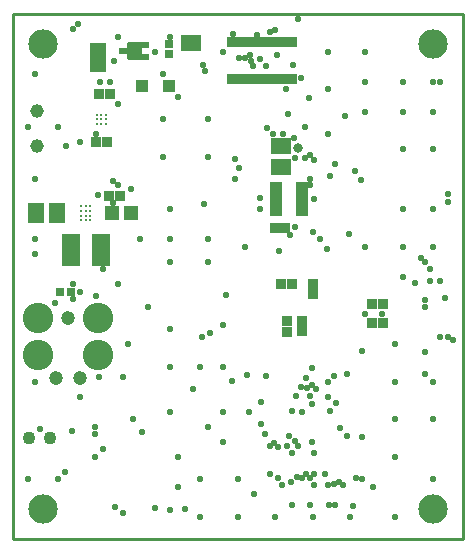
<source format=gbr>
G04 EAGLE Gerber RS-274X export*
G75*
%MOMM*%
%FSLAX34Y34*%
%LPD*%
%INSoldermask Bottom*%
%IPPOS*%
%AMOC8*
5,1,8,0,0,1.08239X$1,22.5*%
G01*
%ADD10C,2.489200*%
%ADD11R,1.653200X1.353200*%
%ADD12R,0.823200X0.823200*%
%ADD13R,1.153200X1.203200*%
%ADD14R,1.353200X1.653200*%
%ADD15C,1.193800*%
%ADD16C,2.578100*%
%ADD17R,0.838200X1.473200*%
%ADD18R,0.228600X0.774700*%
%ADD19R,5.943600X0.812800*%
%ADD20R,1.511300X2.743200*%
%ADD21R,0.703200X0.512413*%
%ADD22R,0.853200X0.512413*%
%ADD23C,0.409087*%
%ADD24R,0.703200X0.703200*%
%ADD25C,1.103200*%
%ADD26C,1.153200*%
%ADD27C,0.304800*%
%ADD28C,0.292100*%
%ADD29R,1.003200X1.103200*%
%ADD30R,1.473200X0.838200*%
%ADD31C,0.803200*%
%ADD32R,1.016000X2.870200*%
%ADD33C,0.558800*%
%ADD34C,0.254000*%


D10*
X25400Y25400D03*
X355600Y25400D03*
X355600Y419100D03*
X25400Y419100D03*
D11*
X227330Y315358D03*
X227330Y333358D03*
D12*
X236148Y216154D03*
X227148Y216154D03*
X230560Y263398D03*
X221560Y263398D03*
X81970Y376682D03*
X72970Y376682D03*
X79430Y336550D03*
X70430Y336550D03*
X304364Y183388D03*
X313364Y183388D03*
X304364Y198882D03*
X313364Y198882D03*
X232410Y184586D03*
X232410Y175586D03*
X254000Y207336D03*
X254000Y216336D03*
X244856Y185094D03*
X244856Y176094D03*
X81352Y290830D03*
X90352Y290830D03*
D13*
X83948Y276098D03*
X99948Y276098D03*
D14*
X37702Y275844D03*
X19702Y275844D03*
D15*
X46736Y187706D03*
X56886Y136906D03*
X36586Y136906D03*
D16*
X72136Y187706D03*
X72136Y155956D03*
X21336Y155956D03*
X21336Y187706D03*
D17*
X146812Y420116D03*
X154940Y420116D03*
D18*
X210820Y420434D03*
X206820Y420434D03*
X202820Y420434D03*
X198820Y420434D03*
X194820Y420434D03*
X190820Y420434D03*
X186820Y420434D03*
X182820Y420434D03*
X238820Y420434D03*
X234820Y420434D03*
X230820Y420434D03*
X226820Y420434D03*
X222820Y420434D03*
X218820Y420434D03*
X214820Y420434D03*
X210820Y389827D03*
X206820Y389827D03*
X202820Y389827D03*
X198820Y389827D03*
X194820Y389827D03*
X190820Y389827D03*
X186820Y389827D03*
X182820Y389827D03*
X238820Y389827D03*
X234820Y389827D03*
X230820Y389827D03*
X226820Y389827D03*
X222820Y389827D03*
X218820Y389827D03*
X214820Y389827D03*
D19*
X210820Y420624D03*
X210820Y389636D03*
D20*
X74295Y245110D03*
X49149Y245110D03*
D21*
X111616Y418512D03*
D22*
X94366Y413512D03*
D21*
X111616Y408512D03*
D23*
X98645Y408041D02*
X98645Y418983D01*
X106587Y418983D01*
X106587Y408041D01*
X98645Y408041D01*
X98645Y411927D02*
X106587Y411927D01*
X106587Y415813D02*
X98645Y415813D01*
D24*
X132334Y419536D03*
X132334Y410536D03*
X49204Y209296D03*
X40204Y209296D03*
D25*
X13606Y85598D03*
X31606Y85598D03*
D26*
X20320Y332980D03*
X20320Y362980D03*
D27*
X65722Y270098D03*
X65722Y274098D03*
X65722Y278098D03*
X65722Y282098D03*
X61722Y270098D03*
X61722Y274098D03*
X61722Y278098D03*
X61722Y282098D03*
X57722Y270098D03*
X57722Y274098D03*
X57722Y278098D03*
X57722Y282098D03*
D28*
X74930Y355600D03*
X78930Y351600D03*
X78930Y355600D03*
X74930Y351600D03*
X78930Y359600D03*
X70930Y351600D03*
X70930Y359600D03*
X74930Y359600D03*
X70930Y355600D03*
D29*
X109150Y383794D03*
X132150Y383794D03*
D30*
X72390Y399796D03*
X72390Y407924D03*
X72390Y416052D03*
D31*
X241808Y330962D03*
D32*
X244934Y287782D03*
X222934Y287782D03*
D33*
X133350Y25146D03*
X109728Y91186D03*
X88900Y368300D03*
X70430Y342900D03*
X228600Y342900D03*
X204470Y38100D03*
X209550Y279400D03*
X161544Y283464D03*
X312166Y190754D03*
X330200Y222250D03*
X294386Y304038D03*
X186690Y427990D03*
X133350Y425450D03*
X76200Y228600D03*
X44450Y57150D03*
X99629Y296733D03*
X72136Y291592D03*
X84836Y284480D03*
X349250Y158750D03*
X353568Y218948D03*
X133350Y254000D03*
X165100Y254000D03*
X133350Y234950D03*
X165100Y234950D03*
X133350Y177800D03*
X133350Y146050D03*
X133350Y107950D03*
X152400Y127000D03*
X72644Y137160D03*
X70104Y206248D03*
X19050Y254000D03*
X133350Y279400D03*
X19050Y304800D03*
X12700Y349250D03*
X19050Y393700D03*
X88900Y425450D03*
X120650Y412750D03*
X127000Y393700D03*
X127000Y355600D03*
X127000Y323850D03*
X165100Y323850D03*
X165100Y355600D03*
X177800Y412750D03*
X266700Y412750D03*
X298450Y412750D03*
X298450Y387350D03*
X298450Y361950D03*
X330200Y387350D03*
X330200Y361950D03*
X355600Y361950D03*
X355600Y330200D03*
X330200Y330200D03*
X330200Y279400D03*
X355600Y279400D03*
X330200Y247650D03*
X355600Y247650D03*
X298450Y247650D03*
X260350Y254000D03*
X254000Y260350D03*
X214376Y138176D03*
X198120Y138684D03*
X266700Y133350D03*
X248412Y136652D03*
X323850Y101600D03*
X323850Y69850D03*
X323850Y133350D03*
X323850Y165100D03*
X355600Y133350D03*
X355600Y101600D03*
X355600Y50800D03*
X323850Y19050D03*
X285750Y19050D03*
X254000Y19050D03*
X222250Y19050D03*
X190500Y19050D03*
X158750Y19050D03*
X158750Y50800D03*
X190500Y50800D03*
X304800Y44450D03*
X227584Y46228D03*
X251968Y28956D03*
X139700Y44450D03*
X139700Y69850D03*
X69850Y69850D03*
X69850Y88900D03*
X22860Y92964D03*
X38100Y50800D03*
X12700Y50800D03*
X19050Y133350D03*
X57150Y120650D03*
X19050Y241300D03*
X107950Y254000D03*
X114300Y196850D03*
X200152Y107696D03*
X266700Y120650D03*
X361950Y171450D03*
X165100Y95250D03*
X177800Y107950D03*
X177800Y82550D03*
X266700Y342900D03*
X266700Y381000D03*
X196850Y247650D03*
X209550Y406400D03*
X239014Y322421D03*
X234950Y257810D03*
X239014Y264668D03*
X160020Y170942D03*
X241300Y440182D03*
X243840Y390144D03*
X69850Y95250D03*
X76200Y76200D03*
X236728Y72644D03*
X50800Y203200D03*
X218122Y429208D03*
X50546Y431800D03*
X57150Y209296D03*
X55372Y435864D03*
X222250Y431546D03*
X220296Y343232D03*
X355600Y387350D03*
X201422Y405130D03*
X361950Y387350D03*
X215138Y348234D03*
X214630Y400558D03*
X272542Y28956D03*
X244856Y107950D03*
X244856Y52070D03*
X290576Y51816D03*
X283210Y139954D03*
X273304Y115570D03*
X275844Y48768D03*
X220980Y81788D03*
X236474Y28956D03*
X224282Y78486D03*
X224282Y52070D03*
X210312Y116332D03*
X210312Y97536D03*
X255270Y46228D03*
X248920Y128270D03*
X268224Y108966D03*
X271526Y46482D03*
X368300Y171450D03*
X84836Y303276D03*
X209550Y289052D03*
X368300Y285496D03*
X361950Y218948D03*
X349250Y202597D03*
X372252Y168936D03*
X368300Y292100D03*
X251792Y299596D03*
X88900Y300280D03*
X295910Y51308D03*
X254762Y55372D03*
X266446Y46228D03*
X257048Y127000D03*
X251460Y52070D03*
X235966Y108966D03*
X240284Y52324D03*
X235458Y48768D03*
X253492Y144780D03*
X253492Y130810D03*
X248158Y55372D03*
X276606Y93980D03*
X283210Y87376D03*
X267716Y28956D03*
X279908Y46228D03*
X233172Y359664D03*
X266192Y246126D03*
X284734Y258064D03*
X268478Y307848D03*
X250698Y373634D03*
X247142Y322834D03*
X247142Y348742D03*
X255270Y288036D03*
X255270Y320802D03*
X230886Y381000D03*
X280924Y358394D03*
X237490Y401828D03*
X185674Y133858D03*
X231902Y78994D03*
X213614Y89408D03*
X241554Y78994D03*
X239268Y83312D03*
X217424Y78740D03*
X217424Y55372D03*
X234188Y87630D03*
X243586Y128778D03*
X251460Y120904D03*
X255016Y72644D03*
X252984Y114554D03*
X252984Y82296D03*
X295910Y159512D03*
X295910Y86868D03*
X271526Y137922D03*
X264414Y55372D03*
X239776Y120904D03*
X340360Y216916D03*
X288036Y28448D03*
X345948Y238252D03*
X353060Y228600D03*
X349250Y139700D03*
X349250Y234950D03*
X225298Y244348D03*
X191770Y313944D03*
X191770Y407670D03*
X188468Y305054D03*
X196342Y407670D03*
X289560Y311404D03*
X223774Y409702D03*
X206502Y426974D03*
X188468Y322072D03*
X201168Y409702D03*
X44704Y332740D03*
X82550Y387350D03*
X160782Y401833D03*
X73914Y387350D03*
X88900Y215900D03*
X57150Y336550D03*
X203708Y400558D03*
X177546Y145796D03*
X158750Y145796D03*
X101346Y101854D03*
X93218Y137668D03*
X146050Y25400D03*
X97790Y165100D03*
X85598Y404622D03*
X163071Y396248D03*
X251460Y325120D03*
X251460Y304800D03*
X237998Y339852D03*
X273050Y317500D03*
X180848Y207010D03*
X86614Y27178D03*
X93218Y22352D03*
X177546Y181356D03*
X120650Y26670D03*
X166878Y175006D03*
X38100Y349250D03*
X139700Y374650D03*
X298014Y190500D03*
X50292Y91948D03*
X36068Y200152D03*
X50800Y215900D03*
X349250Y196850D03*
X366268Y204216D03*
D34*
X0Y0D02*
X381000Y0D01*
X381000Y444500D01*
X0Y444500D01*
X0Y0D01*
M02*

</source>
